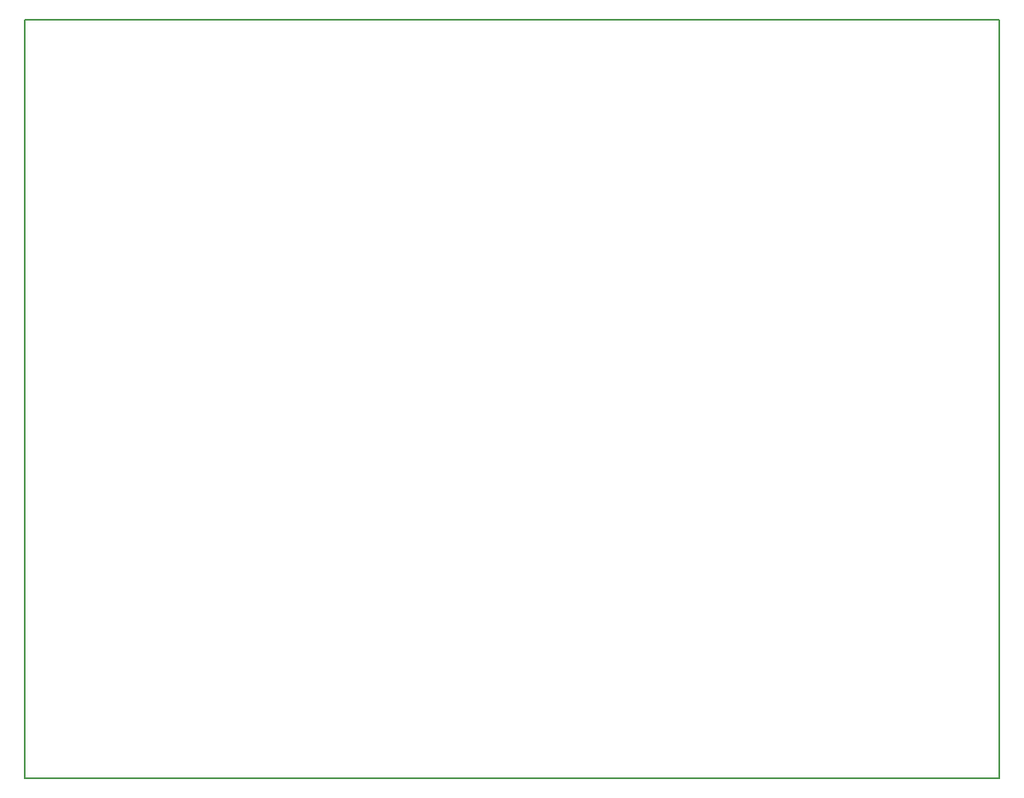
<source format=gbr>
G04 #@! TF.FileFunction,Profile,NP*
%FSLAX46Y46*%
G04 Gerber Fmt 4.6, Leading zero omitted, Abs format (unit mm)*
G04 Created by KiCad (PCBNEW 4.0.6) date Wed Sep  6 14:29:47 2017*
%MOMM*%
%LPD*%
G01*
G04 APERTURE LIST*
%ADD10C,0.100000*%
%ADD11C,0.150000*%
G04 APERTURE END LIST*
D10*
D11*
X149000000Y-43750000D02*
X49000000Y-43750000D01*
X149000000Y-121750000D02*
X149000000Y-43750000D01*
X49000000Y-121750000D02*
X149000000Y-121750000D01*
X49000000Y-43750000D02*
X49000000Y-121750000D01*
M02*

</source>
